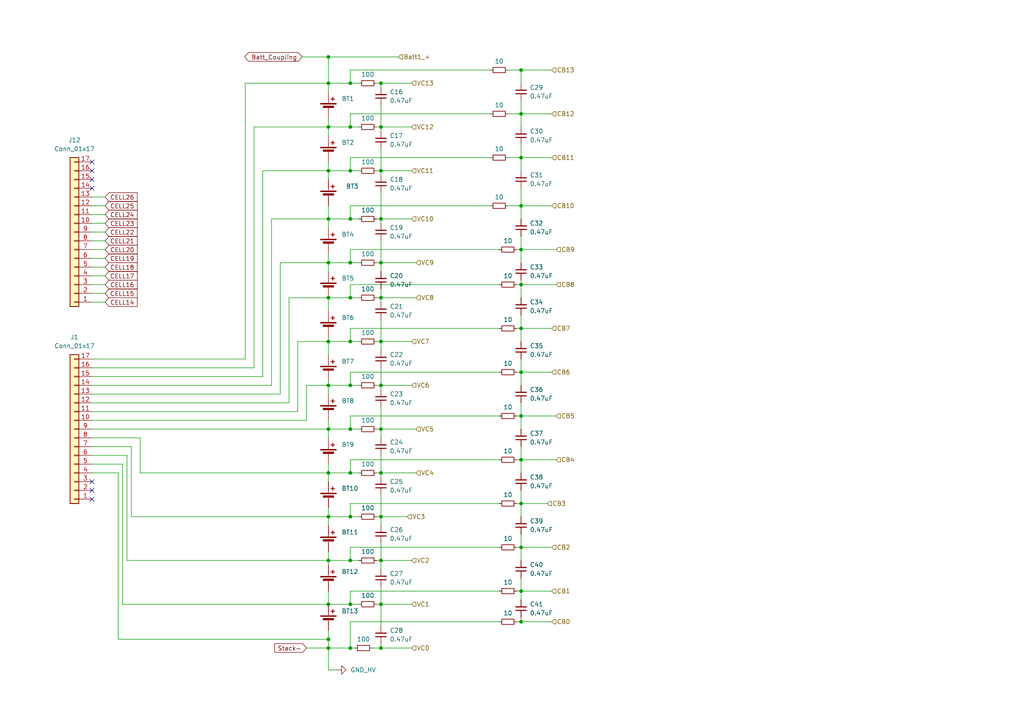
<source format=kicad_sch>
(kicad_sch (version 20231120) (generator "eeschema") (generator_version "8.0")
  (paper "A4")
  (junction (at 151.13 59.69))
  (junction (at 151.13 20.32))
  (junction (at 101.6 86.36))
  (junction (at 110.49 187.96))
  (junction (at 110.49 63.5))
  (junction (at 110.49 86.36))
  (junction (at 95.25 175.26))
  (junction (at 110.49 111.76))
  (junction (at 151.13 146.05))
  (junction (at 101.6 175.26))
  (junction (at 101.6 24.13))
  (junction (at 101.6 187.96))
  (junction (at 95.25 162.56))
  (junction (at 95.25 137.16))
  (junction (at 110.49 99.06))
  (junction (at 95.25 49.53))
  (junction (at 151.13 33.02))
  (junction (at 110.49 36.83))
  (junction (at 101.6 124.46))
  (junction (at 151.13 180.34))
  (junction (at 95.25 36.83))
  (junction (at 151.13 45.72))
  (junction (at 151.13 82.55))
  (junction (at 95.25 187.96))
  (junction (at 110.49 149.86))
  (junction (at 110.49 76.2))
  (junction (at 101.6 162.56))
  (junction (at 95.25 76.2))
  (junction (at 151.13 95.25))
  (junction (at 95.25 185.42))
  (junction (at 95.25 63.5))
  (junction (at 101.6 137.16))
  (junction (at 151.13 107.95))
  (junction (at 95.25 99.06))
  (junction (at 110.49 24.13))
  (junction (at 101.6 76.2))
  (junction (at 110.49 49.53))
  (junction (at 95.25 24.13))
  (junction (at 110.49 137.16))
  (junction (at 101.6 111.76))
  (junction (at 95.25 149.86))
  (junction (at 95.25 86.36))
  (junction (at 151.13 120.65))
  (junction (at 151.13 158.75))
  (junction (at 95.25 124.46))
  (junction (at 95.25 111.76))
  (junction (at 151.13 72.39))
  (junction (at 110.49 162.56))
  (junction (at 151.13 171.45))
  (junction (at 95.25 16.51))
  (junction (at 110.49 175.26))
  (junction (at 101.6 36.83))
  (junction (at 151.13 133.35))
  (junction (at 101.6 63.5))
  (junction (at 101.6 49.53))
  (junction (at 101.6 99.06))
  (junction (at 101.6 149.86))
  (junction (at 110.49 124.46))
  (no_connect (at 26.67 144.78))
  (no_connect (at 26.67 49.53))
  (no_connect (at 26.67 46.99))
  (no_connect (at 26.67 52.07))
  (no_connect (at 26.67 54.61))
  (no_connect (at 26.67 142.24))
  (no_connect (at 26.67 139.7))
  (wire (pts (xy 110.49 55.88) (xy 110.49 63.5)))
  (wire (pts (xy 26.67 80.01) (xy 30.48 80.01)))
  (wire (pts (xy 95.25 111.76) (xy 95.25 114.3)))
  (wire (pts (xy 151.13 154.94) (xy 151.13 158.75)))
  (wire (pts (xy 26.67 77.47) (xy 30.48 77.47)))
  (wire (pts (xy 110.49 162.56) (xy 110.49 165.1)))
  (wire (pts (xy 26.67 67.31) (xy 30.48 67.31)))
  (wire (pts (xy 87.63 16.51) (xy 95.25 16.51)))
  (wire (pts (xy 109.22 36.83) (xy 110.49 36.83)))
  (wire (pts (xy 101.6 72.39) (xy 101.6 76.2)))
  (wire (pts (xy 26.67 62.23) (xy 30.48 62.23)))
  (wire (pts (xy 101.6 187.96) (xy 102.87 187.96)))
  (wire (pts (xy 110.49 49.53) (xy 110.49 50.8)))
  (wire (pts (xy 110.49 162.56) (xy 119.38 162.56)))
  (wire (pts (xy 101.6 171.45) (xy 144.78 171.45)))
  (wire (pts (xy 151.13 107.95) (xy 151.13 111.76)))
  (wire (pts (xy 88.9 121.92) (xy 88.9 111.76)))
  (wire (pts (xy 101.6 45.72) (xy 101.6 49.53)))
  (wire (pts (xy 110.49 83.82) (xy 110.49 86.36)))
  (wire (pts (xy 101.6 76.2) (xy 95.25 76.2)))
  (wire (pts (xy 26.67 137.16) (xy 34.29 137.16)))
  (wire (pts (xy 110.49 99.06) (xy 119.38 99.06)))
  (wire (pts (xy 26.67 64.77) (xy 30.48 64.77)))
  (wire (pts (xy 40.64 137.16) (xy 40.64 127)))
  (wire (pts (xy 151.13 171.45) (xy 151.13 173.99)))
  (wire (pts (xy 40.64 127) (xy 26.67 127)))
  (wire (pts (xy 101.6 124.46) (xy 95.25 124.46)))
  (wire (pts (xy 110.49 43.18) (xy 110.49 49.53)))
  (wire (pts (xy 161.29 120.65) (xy 151.13 120.65)))
  (wire (pts (xy 95.25 149.86) (xy 95.25 147.32)))
  (wire (pts (xy 144.78 82.55) (xy 101.6 82.55)))
  (wire (pts (xy 83.82 86.36) (xy 95.25 86.36)))
  (wire (pts (xy 110.49 187.96) (xy 119.38 187.96)))
  (wire (pts (xy 36.83 162.56) (xy 36.83 132.08)))
  (wire (pts (xy 151.13 158.75) (xy 151.13 162.56)))
  (wire (pts (xy 151.13 72.39) (xy 151.13 68.58)))
  (wire (pts (xy 109.22 24.13) (xy 110.49 24.13)))
  (wire (pts (xy 151.13 33.02) (xy 160.02 33.02)))
  (wire (pts (xy 110.49 69.85) (xy 110.49 76.2)))
  (wire (pts (xy 151.13 59.69) (xy 160.02 59.69)))
  (wire (pts (xy 110.49 106.68) (xy 110.49 111.76)))
  (wire (pts (xy 151.13 133.35) (xy 151.13 137.16)))
  (wire (pts (xy 151.13 33.02) (xy 151.13 36.83)))
  (wire (pts (xy 110.49 149.86) (xy 118.11 149.86)))
  (wire (pts (xy 110.49 49.53) (xy 119.38 49.53)))
  (wire (pts (xy 26.67 134.62) (xy 35.56 134.62)))
  (wire (pts (xy 101.6 33.02) (xy 101.6 36.83)))
  (wire (pts (xy 35.56 175.26) (xy 95.25 175.26)))
  (wire (pts (xy 101.6 171.45) (xy 101.6 175.26)))
  (wire (pts (xy 95.25 49.53) (xy 101.6 49.53)))
  (wire (pts (xy 110.49 143.51) (xy 110.49 149.86)))
  (wire (pts (xy 104.14 162.56) (xy 101.6 162.56)))
  (wire (pts (xy 95.25 182.88) (xy 95.25 185.42)))
  (wire (pts (xy 101.6 63.5) (xy 95.25 63.5)))
  (wire (pts (xy 151.13 95.25) (xy 149.86 95.25)))
  (wire (pts (xy 101.6 95.25) (xy 144.78 95.25)))
  (wire (pts (xy 151.13 45.72) (xy 151.13 49.53)))
  (wire (pts (xy 81.28 114.3) (xy 81.28 76.2)))
  (wire (pts (xy 104.14 36.83) (xy 101.6 36.83)))
  (wire (pts (xy 151.13 45.72) (xy 151.13 41.91)))
  (wire (pts (xy 104.14 137.16) (xy 101.6 137.16)))
  (wire (pts (xy 26.67 69.85) (xy 30.48 69.85)))
  (wire (pts (xy 109.22 124.46) (xy 110.49 124.46)))
  (wire (pts (xy 110.49 186.69) (xy 110.49 187.96)))
  (wire (pts (xy 101.6 45.72) (xy 142.24 45.72)))
  (wire (pts (xy 110.49 137.16) (xy 110.49 138.43)))
  (wire (pts (xy 151.13 33.02) (xy 147.32 33.02)))
  (wire (pts (xy 149.86 133.35) (xy 151.13 133.35)))
  (wire (pts (xy 104.14 63.5) (xy 101.6 63.5)))
  (wire (pts (xy 38.1 129.54) (xy 38.1 149.86)))
  (wire (pts (xy 95.25 26.67) (xy 95.25 24.13)))
  (wire (pts (xy 26.67 124.46) (xy 95.25 124.46)))
  (wire (pts (xy 95.25 24.13) (xy 101.6 24.13)))
  (wire (pts (xy 88.9 111.76) (xy 95.25 111.76)))
  (wire (pts (xy 34.29 137.16) (xy 34.29 185.42)))
  (wire (pts (xy 26.67 116.84) (xy 83.82 116.84)))
  (wire (pts (xy 95.25 162.56) (xy 36.83 162.56)))
  (wire (pts (xy 101.6 111.76) (xy 95.25 111.76)))
  (wire (pts (xy 107.95 187.96) (xy 110.49 187.96)))
  (wire (pts (xy 151.13 171.45) (xy 151.13 167.64)))
  (wire (pts (xy 95.25 187.96) (xy 95.25 194.31)))
  (wire (pts (xy 109.22 86.36) (xy 110.49 86.36)))
  (wire (pts (xy 34.29 185.42) (xy 95.25 185.42)))
  (wire (pts (xy 110.49 63.5) (xy 110.49 64.77)))
  (wire (pts (xy 95.25 76.2) (xy 95.25 73.66)))
  (wire (pts (xy 151.13 120.65) (xy 151.13 116.84)))
  (wire (pts (xy 151.13 45.72) (xy 160.02 45.72)))
  (wire (pts (xy 101.6 133.35) (xy 144.78 133.35)))
  (wire (pts (xy 110.49 157.48) (xy 110.49 162.56)))
  (wire (pts (xy 101.6 59.69) (xy 101.6 63.5)))
  (wire (pts (xy 101.6 120.65) (xy 101.6 124.46)))
  (wire (pts (xy 38.1 149.86) (xy 95.25 149.86)))
  (wire (pts (xy 95.25 124.46) (xy 95.25 121.92)))
  (wire (pts (xy 110.49 99.06) (xy 110.49 101.6)))
  (wire (pts (xy 104.14 86.36) (xy 101.6 86.36)))
  (wire (pts (xy 101.6 120.65) (xy 144.78 120.65)))
  (wire (pts (xy 26.67 57.15) (xy 30.48 57.15)))
  (wire (pts (xy 73.66 36.83) (xy 95.25 36.83)))
  (wire (pts (xy 151.13 158.75) (xy 149.86 158.75)))
  (wire (pts (xy 101.6 33.02) (xy 142.24 33.02)))
  (wire (pts (xy 110.49 170.18) (xy 110.49 175.26)))
  (wire (pts (xy 95.25 49.53) (xy 95.25 52.07)))
  (wire (pts (xy 101.6 146.05) (xy 101.6 149.86)))
  (wire (pts (xy 95.25 137.16) (xy 40.64 137.16)))
  (wire (pts (xy 95.25 137.16) (xy 95.25 134.62)))
  (wire (pts (xy 149.86 120.65) (xy 151.13 120.65)))
  (wire (pts (xy 101.6 20.32) (xy 101.6 24.13)))
  (wire (pts (xy 110.49 86.36) (xy 120.65 86.36)))
  (wire (pts (xy 95.25 171.45) (xy 95.25 175.26)))
  (wire (pts (xy 109.22 111.76) (xy 110.49 111.76)))
  (wire (pts (xy 78.74 63.5) (xy 95.25 63.5)))
  (wire (pts (xy 95.25 99.06) (xy 95.25 102.87)))
  (wire (pts (xy 95.25 149.86) (xy 95.25 152.4)))
  (wire (pts (xy 26.67 74.93) (xy 30.48 74.93)))
  (wire (pts (xy 101.6 86.36) (xy 95.25 86.36)))
  (wire (pts (xy 26.67 119.38) (xy 86.36 119.38)))
  (wire (pts (xy 151.13 20.32) (xy 160.02 20.32)))
  (wire (pts (xy 95.25 36.83) (xy 95.25 39.37)))
  (wire (pts (xy 101.6 107.95) (xy 101.6 111.76)))
  (wire (pts (xy 110.49 149.86) (xy 110.49 152.4)))
  (wire (pts (xy 151.13 107.95) (xy 149.86 107.95)))
  (wire (pts (xy 109.22 162.56) (xy 110.49 162.56)))
  (wire (pts (xy 101.6 162.56) (xy 95.25 162.56)))
  (wire (pts (xy 151.13 59.69) (xy 151.13 63.5)))
  (wire (pts (xy 101.6 158.75) (xy 101.6 162.56)))
  (wire (pts (xy 73.66 106.68) (xy 73.66 36.83)))
  (wire (pts (xy 101.6 24.13) (xy 104.14 24.13)))
  (wire (pts (xy 71.12 24.13) (xy 95.25 24.13)))
  (wire (pts (xy 109.22 149.86) (xy 110.49 149.86)))
  (wire (pts (xy 95.25 137.16) (xy 95.25 139.7)))
  (wire (pts (xy 104.14 175.26) (xy 101.6 175.26)))
  (wire (pts (xy 120.65 76.2) (xy 110.49 76.2)))
  (wire (pts (xy 88.9 187.96) (xy 95.25 187.96)))
  (wire (pts (xy 26.67 59.69) (xy 30.48 59.69)))
  (wire (pts (xy 26.67 111.76) (xy 78.74 111.76)))
  (wire (pts (xy 110.49 63.5) (xy 119.38 63.5)))
  (wire (pts (xy 95.25 16.51) (xy 95.25 24.13)))
  (wire (pts (xy 95.25 16.51) (xy 115.57 16.51)))
  (wire (pts (xy 83.82 116.84) (xy 83.82 86.36)))
  (wire (pts (xy 95.25 36.83) (xy 101.6 36.83)))
  (wire (pts (xy 149.86 82.55) (xy 151.13 82.55)))
  (wire (pts (xy 110.49 175.26) (xy 119.38 175.26)))
  (wire (pts (xy 26.67 82.55) (xy 30.48 82.55)))
  (wire (pts (xy 110.49 36.83) (xy 119.38 36.83)))
  (wire (pts (xy 95.25 46.99) (xy 95.25 49.53)))
  (wire (pts (xy 161.29 72.39) (xy 151.13 72.39)))
  (wire (pts (xy 151.13 91.44) (xy 151.13 95.25)))
  (wire (pts (xy 151.13 120.65) (xy 151.13 124.46)))
  (wire (pts (xy 95.25 111.76) (xy 95.25 110.49)))
  (wire (pts (xy 26.67 87.63) (xy 30.48 87.63)))
  (wire (pts (xy 95.25 59.69) (xy 95.25 63.5)))
  (wire (pts (xy 26.67 72.39) (xy 30.48 72.39)))
  (wire (pts (xy 110.49 24.13) (xy 110.49 25.4)))
  (wire (pts (xy 151.13 104.14) (xy 151.13 107.95)))
  (wire (pts (xy 151.13 146.05) (xy 151.13 149.86)))
  (wire (pts (xy 149.86 72.39) (xy 151.13 72.39)))
  (wire (pts (xy 151.13 146.05) (xy 149.86 146.05)))
  (wire (pts (xy 101.6 99.06) (xy 95.25 99.06)))
  (wire (pts (xy 110.49 118.11) (xy 110.49 124.46)))
  (wire (pts (xy 78.74 111.76) (xy 78.74 63.5)))
  (wire (pts (xy 101.6 133.35) (xy 101.6 137.16)))
  (wire (pts (xy 95.25 63.5) (xy 95.25 66.04)))
  (wire (pts (xy 101.6 180.34) (xy 144.78 180.34)))
  (wire (pts (xy 151.13 82.55) (xy 151.13 86.36)))
  (wire (pts (xy 120.65 124.46) (xy 110.49 124.46)))
  (wire (pts (xy 86.36 119.38) (xy 86.36 99.06)))
  (wire (pts (xy 76.2 49.53) (xy 95.25 49.53)))
  (wire (pts (xy 95.25 99.06) (xy 95.25 97.79)))
  (wire (pts (xy 104.14 99.06) (xy 101.6 99.06)))
  (wire (pts (xy 151.13 171.45) (xy 160.02 171.45)))
  (wire (pts (xy 110.49 92.71) (xy 110.49 99.06)))
  (wire (pts (xy 104.14 76.2) (xy 101.6 76.2)))
  (wire (pts (xy 110.49 86.36) (xy 110.49 87.63)))
  (wire (pts (xy 110.49 124.46) (xy 110.49 127)))
  (wire (pts (xy 151.13 81.28) (xy 151.13 82.55)))
  (wire (pts (xy 101.6 20.32) (xy 142.24 20.32)))
  (wire (pts (xy 110.49 111.76) (xy 119.38 111.76)))
  (wire (pts (xy 101.6 107.95) (xy 144.78 107.95)))
  (wire (pts (xy 151.13 54.61) (xy 151.13 59.69)))
  (wire (pts (xy 109.22 76.2) (xy 110.49 76.2)))
  (wire (pts (xy 151.13 59.69) (xy 147.32 59.69)))
  (wire (pts (xy 101.6 180.34) (xy 101.6 187.96)))
  (wire (pts (xy 109.22 137.16) (xy 110.49 137.16)))
  (wire (pts (xy 101.6 82.55) (xy 101.6 86.36)))
  (wire (pts (xy 151.13 142.24) (xy 151.13 146.05)))
  (wire (pts (xy 95.25 86.36) (xy 95.25 90.17)))
  (wire (pts (xy 151.13 20.32) (xy 147.32 20.32)))
  (wire (pts (xy 101.6 95.25) (xy 101.6 99.06)))
  (wire (pts (xy 35.56 134.62) (xy 35.56 175.26)))
  (wire (pts (xy 149.86 171.45) (xy 151.13 171.45)))
  (wire (pts (xy 109.22 63.5) (xy 110.49 63.5)))
  (wire (pts (xy 95.25 187.96) (xy 95.25 185.42)))
  (wire (pts (xy 95.25 34.29) (xy 95.25 36.83)))
  (wire (pts (xy 26.67 121.92) (xy 88.9 121.92)))
  (wire (pts (xy 26.67 104.14) (xy 71.12 104.14)))
  (wire (pts (xy 151.13 95.25) (xy 151.13 99.06)))
  (wire (pts (xy 151.13 72.39) (xy 151.13 76.2)))
  (wire (pts (xy 95.25 162.56) (xy 95.25 163.83)))
  (wire (pts (xy 151.13 133.35) (xy 161.29 133.35)))
  (wire (pts (xy 95.25 187.96) (xy 101.6 187.96)))
  (wire (pts (xy 151.13 20.32) (xy 151.13 24.13)))
  (wire (pts (xy 109.22 49.53) (xy 110.49 49.53)))
  (wire (pts (xy 109.22 99.06) (xy 110.49 99.06)))
  (wire (pts (xy 101.6 49.53) (xy 104.14 49.53)))
  (wire (pts (xy 104.14 124.46) (xy 101.6 124.46)))
  (wire (pts (xy 36.83 132.08) (xy 26.67 132.08)))
  (wire (pts (xy 26.67 85.09) (xy 30.48 85.09)))
  (wire (pts (xy 95.25 194.31) (xy 97.79 194.31)))
  (wire (pts (xy 95.25 76.2) (xy 95.25 78.74)))
  (wire (pts (xy 26.67 114.3) (xy 81.28 114.3)))
  (wire (pts (xy 151.13 129.54) (xy 151.13 133.35)))
  (wire (pts (xy 81.28 76.2) (xy 95.25 76.2)))
  (wire (pts (xy 95.25 124.46) (xy 95.25 127)))
  (wire (pts (xy 110.49 30.48) (xy 110.49 36.83)))
  (wire (pts (xy 151.13 45.72) (xy 147.32 45.72)))
  (wire (pts (xy 76.2 109.22) (xy 76.2 49.53)))
  (wire (pts (xy 101.6 175.26) (xy 95.25 175.26)))
  (wire (pts (xy 104.14 111.76) (xy 101.6 111.76)))
  (wire (pts (xy 151.13 180.34) (xy 160.02 180.34)))
  (wire (pts (xy 109.22 175.26) (xy 110.49 175.26)))
  (wire (pts (xy 101.6 149.86) (xy 95.25 149.86)))
  (wire (pts (xy 151.13 82.55) (xy 161.29 82.55)))
  (wire (pts (xy 101.6 137.16) (xy 95.25 137.16)))
  (wire (pts (xy 104.14 149.86) (xy 101.6 149.86)))
  (wire (pts (xy 151.13 107.95) (xy 160.02 107.95)))
  (wire (pts (xy 26.67 106.68) (xy 73.66 106.68)))
  (wire (pts (xy 110.49 24.13) (xy 119.38 24.13)))
  (wire (pts (xy 151.13 95.25) (xy 160.02 95.25)))
  (wire (pts (xy 149.86 180.34) (xy 151.13 180.34)))
  (wire (pts (xy 110.49 111.76) (xy 110.49 113.03)))
  (wire (pts (xy 101.6 59.69) (xy 142.24 59.69)))
  (wire (pts (xy 71.12 104.14) (xy 71.12 24.13)))
  (wire (pts (xy 101.6 72.39) (xy 144.78 72.39)))
  (wire (pts (xy 151.13 180.34) (xy 151.13 179.07)))
  (wire (pts (xy 26.67 109.22) (xy 76.2 109.22)))
  (wire (pts (xy 101.6 158.75) (xy 144.78 158.75)))
  (wire (pts (xy 86.36 99.06) (xy 95.25 99.06)))
  (wire (pts (xy 95.25 162.56) (xy 95.25 160.02)))
  (wire (pts (xy 151.13 146.05) (xy 158.75 146.05)))
  (wire (pts (xy 26.67 129.54) (xy 38.1 129.54)))
  (wire (pts (xy 151.13 158.75) (xy 160.02 158.75)))
  (wire (pts (xy 110.49 132.08) (xy 110.49 137.16)))
  (wire (pts (xy 151.13 33.02) (xy 151.13 29.21)))
  (wire (pts (xy 101.6 146.05) (xy 144.78 146.05)))
  (wire (pts (xy 110.49 175.26) (xy 110.49 181.61)))
  (wire (pts (xy 110.49 36.83) (xy 110.49 38.1)))
  (wire (pts (xy 110.49 137.16) (xy 120.65 137.16)))
  (wire (pts (xy 110.49 78.74) (xy 110.49 76.2)))
  (global_label "CELL14" (shape input) (at 30.48 87.63 0) (property "Intersheetrefs" "${INTERSHEET_REFS}" (effects (hide yes))))
  (global_label "CELL23" (shape input) (at 30.48 64.77 0) (property "Intersheetrefs" "${INTERSHEET_REFS}" (effects (hide yes))))
  (global_label "CELL18" (shape input) (at 30.48 77.47 0) (property "Intersheetrefs" "${INTERSHEET_REFS}" (effects (hide yes))))
  (global_label "CELL25" (shape input) (at 30.48 59.69 0) (property "Intersheetrefs" "${INTERSHEET_REFS}" (effects (hide yes))))
  (global_label "Stack-" (shape input) (at 88.9 187.96 180) (property "Intersheetrefs" "${INTERSHEET_REFS}" (effects (hide yes))))
  (global_label "Batt_Coupling" (shape bidirectional) (at 87.63 16.51 180) (property "Intersheetrefs" "${INTERSHEET_REFS}" (effects (hide yes))))
  (global_label "CELL26" (shape input) (at 30.48 57.15 0) (property "Intersheetrefs" "${INTERSHEET_REFS}" (effects (hide yes))))
  (global_label "CELL24" (shape input) (at 30.48 62.23 0) (property "Intersheetrefs" "${INTERSHEET_REFS}" (effects (hide yes))))
  (global_label "CELL21" (shape input) (at 30.48 69.85 0) (property "Intersheetrefs" "${INTERSHEET_REFS}" (effects (hide yes))))
  (global_label "CELL15" (shape input) (at 30.48 85.09 0) (property "Intersheetrefs" "${INTERSHEET_REFS}" (effects (hide yes))))
  (global_label "CELL20" (shape input) (at 30.48 72.39 0) (property "Intersheetrefs" "${INTERSHEET_REFS}" (effects (hide yes))))
  (global_label "CELL22" (shape input) (at 30.48 67.31 0) (property "Intersheetrefs" "${INTERSHEET_REFS}" (effects (hide yes))))
  (global_label "CELL19" (shape input) (at 30.48 74.93 0) (property "Intersheetrefs" "${INTERSHEET_REFS}" (effects (hide yes))))
  (global_label "CELL16" (shape input) (at 30.48 82.55 0) (property "Intersheetrefs" "${INTERSHEET_REFS}" (effects (hide yes))))
  (global_label "CELL17" (shape input) (at 30.48 80.01 0) (property "Intersheetrefs" "${INTERSHEET_REFS}" (effects (hide yes))))
  (hierarchical_label "CB3" (shape input) (at 158.75 146.05 0))
  (hierarchical_label "VC3" (shape input) (at 118.11 149.86 0))
  (hierarchical_label "CB5" (shape input) (at 161.29 120.65 0))
  (hierarchical_label "CB4" (shape input) (at 161.29 133.35 0))
  (hierarchical_label "CB10" (shape input) (at 160.02 59.69 0))
  (hierarchical_label "VC9" (shape input) (at 120.65 76.2 0))
  (hierarchical_label "CB12" (shape input) (at 160.02 33.02 0))
  (hierarchical_label "VC8" (shape input) (at 120.65 86.36 0))
  (hierarchical_label "VC2" (shape input) (at 119.38 162.56 0))
  (hierarchical_label "CB1" (shape input) (at 160.02 171.45 0))
  (hierarchical_label "VC5" (shape input) (at 120.65 124.46 0))
  (hierarchical_label "VC10" (shape input) (at 119.38 63.5 0))
  (hierarchical_label "CB8" (shape input) (at 161.29 82.55 0))
  (hierarchical_label "VC11" (shape input) (at 119.38 49.53 0))
  (hierarchical_label "CB0" (shape input) (at 160.02 180.34 0))
  (hierarchical_label "Batt1_+" (shape input) (at 115.57 16.51 0))
  (hierarchical_label "CB11" (shape input) (at 160.02 45.72 0))
  (hierarchical_label "VC7" (shape input) (at 119.38 99.06 0))
  (hierarchical_label "VC4" (shape input) (at 120.65 137.16 0))
  (hierarchical_label "VC0" (shape input) (at 119.38 187.96 0))
  (hierarchical_label "CB2" (shape input) (at 160.02 158.75 0))
  (hierarchical_label "VC12" (shape input) (at 119.38 36.83 0))
  (hierarchical_label "CB9" (shape input) (at 161.29 72.39 0))
  (hierarchical_label "CB7" (shape input) (at 160.02 95.25 0))
  (hierarchical_label "CB13" (shape input) (at 160.02 20.32 0))
  (hierarchical_label "VC6" (shape input) (at 119.38 111.76 0))
  (hierarchical_label "CB6" (shape input) (at 160.02 107.95 0))
  (hierarchical_label "VC1" (shape input) (at 119.38 175.26 0))
  (hierarchical_label "VC13" (shape input) (at 119.38 24.13 0))
  (symbol (lib_id "Device:Battery_Cell") (at 95.25 119.38 0) (unit 1) (in_bom no) (on_board no)
    (property "Reference" "BT8" (at 99.06 116.2684 0) (effects (justify left)))
    (property "Value" "Battery_Cell" (effects (hide yes)))
    (property "Description" "Single-cell battery" (effects (hide yes)))
  )
  (symbol (lib_id "Device:R_Small") (at 144.78 20.32 90) (unit 1)
    (property "Reference" "R33" (effects (hide yes)))
    (property "Value" "10" (at 144.78 17.78 90))
    (property "Footprint" "footrpint:RESC6331X80N" (effects (hide yes)))
    (property "Datasheet" "https://www.mouser.pl/ProductDetail/Bourns/CRM2512QFW-10R0ELF?qs=sGAEpiMZZMvdGkrng054t2cqbZCzJY7NpHS3xgyJn8kv84%2FVq0xHeQ%3D%3D" (effects (hide yes)))
    (property "Description" "Resistor, small symbol" (effects (hide yes)))
  )
  (symbol (lib_id "Device:R_Small") (at 105.41 187.96 90) (unit 1)
    (property "Reference" "R19" (effects (hide yes)))
    (property "Value" "100" (at 105.41 185.42 90))
    (property "Footprint" "Resistor_SMD:R_0603_1608Metric_Pad0.98x0.95mm_HandSolder" (effects (hide yes)))
    (property "Datasheet" "https://www.mouser.pl/ProductDetail/Bourns/CHP0603-JW-101ELF?qs=sGAEpiMZZMvdGkrng054t7z4BkURc4Lz%252BNTgd8VElomqW50fcYQWeQ%3D%3D" (effects (hide yes)))
    (property "Description" "Resistor, small symbol" (effects (hide yes)))
  )
  (symbol (lib_id "Device:R_Small") (at 106.68 111.76 90) (unit 1)
    (property "Reference" "R27" (effects (hide yes)))
    (property "Value" "100" (at 106.68 109.22 90))
    (property "Footprint" "Resistor_SMD:R_0603_1608Metric_Pad0.98x0.95mm_HandSolder" (effects (hide yes)))
    (property "Datasheet" "https://www.mouser.pl/ProductDetail/Bourns/CHP0603-JW-101ELF?qs=sGAEpiMZZMvdGkrng054t7z4BkURc4Lz%252BNTgd8VElomqW50fcYQWeQ%3D%3D" (effects (hide yes)))
    (property "Description" "Resistor, small symbol" (effects (hide yes)))
  )
  (symbol (lib_id "Device:C_Small") (at 110.49 140.97 180) (unit 1)
    (property "Reference" "C25" (at 113.03 139.6935 0) (effects (justify right)))
    (property "Value" "0.47uF" (at 113.03 142.2335 0) (effects (justify right)))
    (property "Footprint" "Capacitor_SMD:C_0603_1608Metric_Pad1.08x0.95mm_HandSolder" (effects (hide yes)))
    (property "Datasheet" "https://www.mouser.pl/ProductDetail/TAIYO-YUDEN/EMF107B7474KAHT?qs=sGAEpiMZZMsh%252B1woXyUXj30ZYomYlxpXbZmTEzBsZ7s%3D" (effects (hide yes)))
    (property "Description" "Unpolarized capacitor, small symbol" (effects (hide yes)))
  )
  (symbol (lib_id "Device:Battery_Cell") (at 95.25 107.95 0) (unit 1) (in_bom no) (on_board no)
    (property "Reference" "BT7" (at 99.06 104.8384 0) (effects (justify left)))
    (property "Value" "Battery_Cell" (effects (hide yes)))
    (property "Description" "Single-cell battery" (effects (hide yes)))
  )
  (symbol (lib_id "Device:C_Small") (at 110.49 81.28 180) (unit 1)
    (property "Reference" "C20" (at 113.03 80.0035 0) (effects (justify right)))
    (property "Value" "0.47uF" (at 113.03 82.5435 0) (effects (justify right)))
    (property "Footprint" "Capacitor_SMD:C_0603_1608Metric_Pad1.08x0.95mm_HandSolder" (effects (hide yes)))
    (property "Datasheet" "https://www.mouser.pl/ProductDetail/TAIYO-YUDEN/EMF107B7474KAHT?qs=sGAEpiMZZMsh%252B1woXyUXj30ZYomYlxpXbZmTEzBsZ7s%3D" (effects (hide yes)))
    (property "Description" "Unpolarized capacitor, small symbol" (effects (hide yes)))
  )
  (symbol (lib_id "Device:C_Small") (at 151.13 78.74 180) (unit 1)
    (property "Reference" "C33" (at 153.67 77.4635 0) (effects (justify right)))
    (property "Value" "0.47uF" (at 153.67 80.0035 0) (effects (justify right)))
    (property "Footprint" "Capacitor_SMD:C_0603_1608Metric_Pad1.08x0.95mm_HandSolder" (effects (hide yes)))
    (property "Datasheet" "https://www.mouser.pl/ProductDetail/TAIYO-YUDEN/EMF107B7474KAHT?qs=sGAEpiMZZMsh%252B1woXyUXj30ZYomYlxpXbZmTEzBsZ7s%3D" (effects (hide yes)))
    (property "Description" "Unpolarized capacitor, small symbol" (effects (hide yes)))
  )
  (symbol (lib_id "Device:R_Small") (at 144.78 33.02 90) (unit 1)
    (property "Reference" "R34" (effects (hide yes)))
    (property "Value" "10" (at 144.78 30.48 90))
    (property "Footprint" "footrpint:RESC6331X80N" (effects (hide yes)))
    (property "Datasheet" "https://www.mouser.pl/ProductDetail/Bourns/CRM2512QFW-10R0ELF?qs=sGAEpiMZZMvdGkrng054t2cqbZCzJY7NpHS3xgyJn8kv84%2FVq0xHeQ%3D%3D" (effects (hide yes)))
    (property "Description" "Resistor, small symbol" (effects (hide yes)))
  )
  (symbol (lib_id "Device:R_Small") (at 147.32 171.45 90) (unit 1)
    (property "Reference" "R45" (effects (hide yes)))
    (property "Value" "10" (at 147.32 168.91 90))
    (property "Footprint" "footrpint:RESC6331X80N" (effects (hide yes)))
    (property "Description" "Resistor, small symbol" (effects (hide yes)))
  )
  (symbol (lib_id "Device:R_Small") (at 106.68 175.26 90) (unit 1)
    (property "Reference" "R32" (effects (hide yes)))
    (property "Value" "100" (at 106.68 172.72 90))
    (property "Footprint" "Resistor_SMD:R_0603_1608Metric_Pad0.98x0.95mm_HandSolder" (effects (hide yes)))
    (property "Datasheet" "https://www.mouser.pl/ProductDetail/Bourns/CHP0603-JW-101ELF?qs=sGAEpiMZZMvdGkrng054t7z4BkURc4Lz%252BNTgd8VElomqW50fcYQWeQ%3D%3D" (effects (hide yes)))
    (property "Description" "Resistor, small symbol" (effects (hide yes)))
  )
  (symbol (lib_id "Device:C_Small") (at 151.13 39.37 180) (unit 1)
    (property "Reference" "C30" (at 153.67 38.0935 0) (effects (justify right)))
    (property "Value" "0.47uF" (at 153.67 40.6335 0) (effects (justify right)))
    (property "Footprint" "Capacitor_SMD:C_0603_1608Metric_Pad1.08x0.95mm_HandSolder" (effects (hide yes)))
    (property "Datasheet" "https://www.mouser.pl/ProductDetail/TAIYO-YUDEN/EMF107B7474KAHT?qs=sGAEpiMZZMsh%252B1woXyUXj30ZYomYlxpXbZmTEzBsZ7s%3D" (effects (hide yes)))
    (property "Description" "Unpolarized capacitor, small symbol" (effects (hide yes)))
  )
  (symbol (lib_id "Device:R_Small") (at 147.32 120.65 90) (unit 1)
    (property "Reference" "R41" (effects (hide yes)))
    (property "Value" "10" (at 147.32 118.11 90))
    (property "Footprint" "footrpint:RESC6331X80N" (effects (hide yes)))
    (property "Datasheet" "https://www.mouser.pl/ProductDetail/Bourns/CRM2512QFW-10R0ELF?qs=sGAEpiMZZMvdGkrng054t2cqbZCzJY7NpHS3xgyJn8kv84%2FVq0xHeQ%3D%3D" (effects (hide yes)))
    (property "Description" "Resistor, small symbol" (effects (hide yes)))
  )
  (symbol (lib_id "Device:C_Small") (at 110.49 104.14 180) (unit 1)
    (property "Reference" "C22" (at 113.03 102.8635 0) (effects (justify right)))
    (property "Value" "0.47uF" (at 113.03 105.4035 0) (effects (justify right)))
    (property "Footprint" "Capacitor_SMD:C_0603_1608Metric_Pad1.08x0.95mm_HandSolder" (effects (hide yes)))
    (property "Datasheet" "https://www.mouser.pl/ProductDetail/TAIYO-YUDEN/EMF107B7474KAHT?qs=sGAEpiMZZMsh%252B1woXyUXj30ZYomYlxpXbZmTEzBsZ7s%3D" (effects (hide yes)))
    (property "Description" "Unpolarized capacitor, small symbol" (effects (hide yes)))
  )
  (symbol (lib_id "Device:R_Small") (at 106.68 162.56 90) (unit 1)
    (property "Reference" "R31" (effects (hide yes)))
    (property "Value" "100" (at 106.68 160.02 90))
    (property "Footprint" "Resistor_SMD:R_0603_1608Metric_Pad0.98x0.95mm_HandSolder" (effects (hide yes)))
    (property "Datasheet" "https://www.mouser.pl/ProductDetail/Bourns/CHP0603-JW-101ELF?qs=sGAEpiMZZMvdGkrng054t7z4BkURc4Lz%252BNTgd8VElomqW50fcYQWeQ%3D%3D" (effects (hide yes)))
    (property "Description" "Resistor, small symbol" (effects (hide yes)))
  )
  (symbol (lib_id "Device:C_Small") (at 151.13 26.67 180) (unit 1)
    (property "Reference" "C29" (at 153.67 25.3935 0) (effects (justify right)))
    (property "Value" "0.47uF" (at 153.67 27.9335 0) (effects (justify right)))
    (property "Footprint" "Capacitor_SMD:C_0603_1608Metric_Pad1.08x0.95mm_HandSolder" (effects (hide yes)))
    (property "Datasheet" "https://www.mouser.pl/ProductDetail/TAIYO-YUDEN/EMF107B7474KAHT?qs=sGAEpiMZZMsh%252B1woXyUXj30ZYomYlxpXbZmTEzBsZ7s%3D" (effects (hide yes)))
    (property "Description" "Unpolarized capacitor, small symbol" (effects (hide yes)))
  )
  (symbol (lib_id "Device:R_Small") (at 147.32 146.05 90) (unit 1)
    (property "Reference" "R43" (effects (hide yes)))
    (property "Value" "10" (at 147.32 143.51 90))
    (property "Footprint" "footrpint:RESC6331X80N" (effects (hide yes)))
    (property "Datasheet" "https://www.mouser.pl/ProductDetail/Bourns/CRM2512QFW-10R0ELF?qs=sGAEpiMZZMvdGkrng054t2cqbZCzJY7NpHS3xgyJn8kv84%2FVq0xHeQ%3D%3D" (effects (hide yes)))
    (property "Description" "Resistor, small symbol" (effects (hide yes)))
  )
  (symbol (lib_id "Device:Battery_Cell") (at 95.25 132.08 0) (unit 1) (in_bom no) (on_board no)
    (property "Reference" "BT9" (at 99.06 128.9684 0) (effects (justify left)))
    (property "Value" "Battery_Cell" (effects (hide yes)))
    (property "Description" "Single-cell battery" (effects (hide yes)))
  )
  (symbol (lib_id "Device:R_Small") (at 147.32 72.39 90) (unit 1)
    (property "Reference" "R37" (effects (hide yes)))
    (property "Value" "10" (at 147.32 69.85 90))
    (property "Footprint" "footrpint:RESC6331X80N" (effects (hide yes)))
    (property "Datasheet" "https://www.mouser.pl/ProductDetail/Bourns/CRM2512QFW-10R0ELF?qs=sGAEpiMZZMvdGkrng054t2cqbZCzJY7NpHS3xgyJn8kv84%2FVq0xHeQ%3D%3D" (effects (hide yes)))
    (property "Description" "Resistor, small symbol" (effects (hide yes)))
  )
  (symbol (lib_id "Device:Battery_Cell") (at 95.25 180.34 0) (unit 1) (in_bom no) (on_board no)
    (property "Reference" "BT13" (at 99.06 177.2284 0) (effects (justify left)))
    (property "Value" "Battery_Cell" (effects (hide yes)))
    (property "Description" "Single-cell battery" (effects (hide yes)))
  )
  (symbol (lib_id "Device:R_Small") (at 147.32 158.75 90) (unit 1)
    (property "Reference" "R44" (effects (hide yes)))
    (property "Value" "10" (at 147.32 156.21 90))
    (property "Footprint" "footrpint:RESC6331X80N" (effects (hide yes)))
    (property "Datasheet" "https://www.mouser.pl/ProductDetail/Bourns/CRM2512QFW-10R0ELF?qs=sGAEpiMZZMvdGkrng054t2cqbZCzJY7NpHS3xgyJn8kv84%2FVq0xHeQ%3D%3D" (effects (hide yes)))
    (property "Description" "Resistor, small symbol" (effects (hide yes)))
  )
  (symbol (lib_id "Device:C_Small") (at 151.13 88.9 180) (unit 1)
    (property "Reference" "C34" (at 153.67 87.6235 0) (effects (justify right)))
    (property "Value" "0.47uF" (at 153.67 90.1635 0) (effects (justify right)))
    (property "Footprint" "Capacitor_SMD:C_0603_1608Metric_Pad1.08x0.95mm_HandSolder" (effects (hide yes)))
    (property "Datasheet" "https://www.mouser.pl/ProductDetail/TAIYO-YUDEN/EMF107B7474KAHT?qs=sGAEpiMZZMsh%252B1woXyUXj30ZYomYlxpXbZmTEzBsZ7s%3D" (effects (hide yes)))
    (property "Description" "Unpolarized capacitor, small symbol" (effects (hide yes)))
  )
  (symbol (lib_id "Device:R_Small") (at 106.68 86.36 90) (unit 1)
    (property "Reference" "R25" (effects (hide yes)))
    (property "Value" "100" (at 106.68 83.82 90))
    (property "Footprint" "Resistor_SMD:R_0603_1608Metric_Pad0.98x0.95mm_HandSolder" (effects (hide yes)))
    (property "Datasheet" "https://www.mouser.pl/ProductDetail/Bourns/CHP0603-JW-101ELF?qs=sGAEpiMZZMvdGkrng054t7z4BkURc4Lz%252BNTgd8VElomqW50fcYQWeQ%3D%3D" (effects (hide yes)))
    (property "Description" "Resistor, small symbol" (effects (hide yes)))
  )
  (symbol (lib_id "Device:Battery_Cell") (at 95.25 31.75 0) (unit 1) (in_bom no) (on_board no)
    (property "Reference" "BT1" (at 99.06 28.6384 0) (effects (justify left)))
    (property "Value" "Battery_Cell" (effects (hide yes)))
    (property "Description" "Single-cell battery" (effects (hide yes)))
  )
  (symbol (lib_id "Device:C_Small") (at 110.49 154.94 180) (unit 1)
    (property "Reference" "C26" (at 113.03 153.6635 0) (effects (justify right)))
    (property "Value" "0.47uF" (at 113.03 156.2035 0) (effects (justify right)))
    (property "Footprint" "Capacitor_SMD:C_0603_1608Metric_Pad1.08x0.95mm_HandSolder" (effects (hide yes)))
    (property "Datasheet" "https://www.mouser.pl/ProductDetail/TAIYO-YUDEN/EMF107B7474KAHT?qs=sGAEpiMZZMsh%252B1woXyUXj30ZYomYlxpXbZmTEzBsZ7s%3D" (effects (hide yes)))
    (property "Description" "Unpolarized capacitor, small symbol" (effects (hide yes)))
  )
  (symbol (lib_id "Device:Battery_Cell") (at 95.25 144.78 0) (unit 1) (in_bom no) (on_board no)
    (property "Reference" "BT10" (at 99.06 141.6684 0) (effects (justify left)))
    (property "Value" "Battery_Cell" (effects (hide yes)))
    (property "Description" "Single-cell battery" (effects (hide yes)))
  )
  (symbol (lib_id "Device:R_Small") (at 147.32 95.25 90) (unit 1)
    (property "Reference" "R39" (effects (hide yes)))
    (property "Value" "10" (at 147.32 92.71 90))
    (property "Footprint" "footrpint:RESC6331X80N" (effects (hide yes)))
    (property "Datasheet" "https://www.mouser.pl/ProductDetail/Bourns/CRM2512QFW-10R0ELF?qs=sGAEpiMZZMvdGkrng054t2cqbZCzJY7NpHS3xgyJn8kv84%2FVq0xHeQ%3D%3D" (effects (hide yes)))
    (property "Description" "Resistor, small symbol" (effects (hide yes)))
  )
  (symbol (lib_id "Device:C_Small") (at 151.13 176.53 180) (unit 1)
    (property "Reference" "C41" (at 153.67 175.2535 0) (effects (justify right)))
    (property "Value" "0.47uF" (at 153.67 177.7935 0) (effects (justify right)))
    (property "Footprint" "Capacitor_SMD:C_0603_1608Metric_Pad1.08x0.95mm_HandSolder" (effects (hide yes)))
    (property "Datasheet" "https://www.mouser.pl/ProductDetail/TAIYO-YUDEN/EMF107B7474KAHT?qs=sGAEpiMZZMsh%252B1woXyUXj30ZYomYlxpXbZmTEzBsZ7s%3D" (effects (hide yes)))
    (property "Description" "Unpolarized capacitor, small symbol" (effects (hide yes)))
  )
  (symbol (lib_id "Device:R_Small") (at 147.32 82.55 90) (unit 1)
    (property "Reference" "R38" (effects (hide yes)))
    (property "Value" "10" (at 147.32 80.01 90))
    (property "Footprint" "footrpint:RESC6331X80N" (effects (hide yes)))
    (property "Datasheet" "https://www.mouser.pl/ProductDetail/Bourns/CRM2512QFW-10R0ELF?qs=sGAEpiMZZMvdGkrng054t2cqbZCzJY7NpHS3xgyJn8kv84%2FVq0xHeQ%3D%3D" (effects (hide yes)))
    (property "Description" "Resistor, small symbol" (effects (hide yes)))
  )
  (symbol (lib_id "Device:C_Small") (at 151.13 66.04 180) (unit 1)
    (property "Reference" "C32" (at 153.67 64.7635 0) (effects (justify right)))
    (property "Value" "0.47uF" (at 153.67 67.3035 0) (effects (justify right)))
    (property "Footprint" "Capacitor_SMD:C_0603_1608Metric_Pad1.08x0.95mm_HandSolder" (effects (hide yes)))
    (property "Datasheet" "https://www.mouser.pl/ProductDetail/TAIYO-YUDEN/EMF107B7474KAHT?qs=sGAEpiMZZMsh%252B1woXyUXj30ZYomYlxpXbZmTEzBsZ7s%3D" (effects (hide yes)))
    (property "Description" "Unpolarized capacitor, small symbol" (effects (hide yes)))
  )
  (symbol (lib_id "Device:Battery_Cell") (at 95.25 57.15 0) (unit 1) (in_bom no) (on_board no)
    (property "Reference" "BT3" (at 100.33 54.0384 0) (effects (justify left)))
    (property "Value" "Battery_Cell" (effects (hide yes)))
    (property "Description" "Single-cell battery" (effects (hide yes)))
  )
  (symbol (lib_id "power:GND") (at 97.79 194.31 90) (unit 1)
    (property "Reference" "#PWR027" (effects (hide yes)))
    (property "Value" "GND_HV" (at 101.6 194.31 90) (effects (justify right)))
    (property "Description" "Power symbol creates a global label with name \"GND\" , ground" (effects (hide yes)))
  )
  (symbol (lib_id "Device:R_Small") (at 144.78 59.69 90) (unit 1)
    (property "Reference" "R36" (effects (hide yes)))
    (property "Value" "10" (at 144.78 57.15 90))
    (property "Footprint" "footrpint:RESC6331X80N" (effects (hide yes)))
    (property "Datasheet" "https://www.mouser.pl/ProductDetail/Bourns/CRM2512QFW-10R0ELF?qs=sGAEpiMZZMvdGkrng054t2cqbZCzJY7NpHS3xgyJn8kv84%2FVq0xHeQ%3D%3D" (effects (hide yes)))
    (property "Description" "Resistor, small symbol" (effects (hide yes)))
  )
  (symbol (lib_id "Device:Battery_Cell") (at 95.25 95.25 0) (unit 1) (in_bom no) (on_board no)
    (property "Reference" "BT6" (at 99.06 92.1384 0) (effects (justify left)))
    (property "Value" "Battery_Cell" (effects (hide yes)))
    (property "Description" "Single-cell battery" (effects (hide yes)))
  )
  (symbol (lib_id "Device:C_Small") (at 110.49 40.64 180) (unit 1)
    (property "Reference" "C17" (at 113.03 39.3635 0) (effects (justify right)))
    (property "Value" "0.47uF" (at 113.03 41.9035 0) (effects (justify right)))
    (property "Footprint" "Capacitor_SMD:C_0603_1608Metric_Pad1.08x0.95mm_HandSolder" (effects (hide yes)))
    (property "Datasheet" "https://www.mouser.pl/ProductDetail/TAIYO-YUDEN/EMF107B7474KAHT?qs=sGAEpiMZZMsh%252B1woXyUXj30ZYomYlxpXbZmTEzBsZ7s%3D" (effects (hide yes)))
    (property "Description" "Unpolarized capacitor, small symbol" (effects (hide yes)))
  )
  (symbol (lib_id "Device:R_Small") (at 147.32 180.34 90) (unit 1)
    (property "Reference" "R46" (effects (hide yes)))
    (property "Value" "10" (at 147.32 177.8 90))
    (property "Footprint" "footrpint:RESC6331X80N" (effects (hide yes)))
    (property "Datasheet" "https://www.mouser.pl/ProductDetail/Bourns/CRM2512QFW-10R0ELF?qs=sGAEpiMZZMvdGkrng054t2cqbZCzJY7NpHS3xgyJn8kv84%2FVq0xHeQ%3D%3D" (effects (hide yes)))
    (property "Description" "Resistor, small symbol" (effects (hide yes)))
  )
  (symbol (lib_id "Device:R_Small") (at 106.68 99.06 90) (unit 1)
    (property "Reference" "R26" (effects (hide yes)))
    (property "Value" "100" (at 106.68 96.52 90))
    (property "Footprint" "Resistor_SMD:R_0603_1608Metric_Pad0.98x0.95mm_HandSolder" (effects (hide yes)))
    (property "Datasheet" "https://www.mouser.pl/ProductDetail/Bourns/CHP0603-JW-101ELF?qs=sGAEpiMZZMvdGkrng054t7z4BkURc4Lz%252BNTgd8VElomqW50fcYQWeQ%3D%3D" (effects (hide yes)))
    (property "Description" "Resistor, small symbol" (effects (hide yes)))
  )
  (symbol (lib_id "Device:C_Small") (at 110.49 129.54 180) (unit 1)
    (property "Reference" "C24" (at 113.03 128.2635 0) (effects (justify right)))
    (property "Value" "0.47uF" (at 113.03 130.8035 0) (effects (justify right)))
    (property "Footprint" "Capacitor_SMD:C_0603_1608Metric_Pad1.08x0.95mm_HandSolder" (effects (hide yes)))
    (property "Datasheet" "https://www.mouser.pl/ProductDetail/TAIYO-YUDEN/EMF107B7474KAHT?qs=sGAEpiMZZMsh%252B1woXyUXj30ZYomYlxpXbZmTEzBsZ7s%3D" (effects (hide yes)))
    (property "Description" "Unpolarized capacitor, small symbol" (effects (hide yes)))
  )
  (symbol (lib_id "Device:Battery_Cell") (at 95.25 83.82 0) (unit 1) (in_bom no) (on_board no)
    (property "Reference" "BT5" (at 99.06 80.7084 0) (effects (justify left)))
    (property "Value" "Battery_Cell" (effects (hide yes)))
    (property "Description" "Single-cell battery" (effects (hide yes)))
  )
  (symbol (lib_id "Device:R_Small") (at 106.68 36.83 90) (unit 1)
    (property "Reference" "R21" (effects (hide yes)))
    (property "Value" "100" (at 106.68 34.29 90))
    (property "Footprint" "Resistor_SMD:R_0603_1608Metric_Pad0.98x0.95mm_HandSolder" (effects (hide yes)))
    (property "Datasheet" "https://www.mouser.pl/ProductDetail/Bourns/CHP0603-JW-101ELF?qs=sGAEpiMZZMvdGkrng054t7z4BkURc4Lz%252BNTgd8VElomqW50fcYQWeQ%3D%3D" (effects (hide yes)))
    (property "Description" "Resistor, small symbol" (effects (hide yes)))
  )
  (symbol (lib_id "Device:R_Small") (at 106.68 149.86 90) (unit 1)
    (property "Reference" "R30" (effects (hide yes)))
    (property "Value" "100" (at 106.68 147.32 90))
    (property "Footprint" "Resistor_SMD:R_0603_1608Metric_Pad0.98x0.95mm_HandSolder" (effects (hide yes)))
    (property "Datasheet" "https://www.mouser.pl/ProductDetail/Bourns/CHP0603-JW-101ELF?qs=sGAEpiMZZMvdGkrng054t7z4BkURc4Lz%252BNTgd8VElomqW50fcYQWeQ%3D%3D" (effects (hide yes)))
    (property "Description" "Resistor, small symbol" (effects (hide yes)))
  )
  (symbol (lib_id "Device:C_Small") (at 110.49 115.57 180) (unit 1)
    (property "Reference" "C23" (at 113.03 114.2935 0) (effects (justify right)))
    (property "Value" "0.47uF" (at 113.03 116.8335 0) (effects (justify right)))
    (property "Footprint" "Capacitor_SMD:C_0603_1608Metric_Pad1.08x0.95mm_HandSolder" (effects (hide yes)))
    (property "Datasheet" "https://www.mouser.pl/ProductDetail/TAIYO-YUDEN/EMF107B7474KAHT?qs=sGAEpiMZZMsh%252B1woXyUXj30ZYomYlxpXbZmTEzBsZ7s%3D" (effects (hide yes)))
    (property "Description" "Unpolarized capacitor, small symbol" (effects (hide yes)))
  )
  (symbol (lib_id "Device:R_Small") (at 144.78 45.72 90) (unit 1)
    (property "Reference" "R35" (effects (hide yes)))
    (property "Value" "10" (at 144.78 43.18 90))
    (property "Footprint" "footrpint:RESC6331X80N" (effects (hide yes)))
    (property "Datasheet" "https://www.mouser.pl/ProductDetail/Bourns/CRM2512QFW-10R0ELF?qs=sGAEpiMZZMvdGkrng054t2cqbZCzJY7NpHS3xgyJn8kv84%2FVq0xHeQ%3D%3D" (effects (hide yes)))
    (property "Description" "Resistor, small symbol" (effects (hide yes)))
  )
  (symbol (lib_id "Device:C_Small") (at 110.49 67.31 180) (unit 1)
    (property "Reference" "C19" (at 113.03 66.0335 0) (effects (justify right)))
    (property "Value" "0.47uF" (at 113.03 68.5735 0) (effects (justify right)))
    (property "Footprint" "Capacitor_SMD:C_0603_1608Metric_Pad1.08x0.95mm_HandSolder" (effects (hide yes)))
    (property "Datasheet" "https://www.mouser.pl/ProductDetail/TAIYO-YUDEN/EMF107B7474KAHT?qs=sGAEpiMZZMsh%252B1woXyUXj30ZYomYlxpXbZmTEzBsZ7s%3D" (effects (hide yes)))
    (property "Description" "Unpolarized capacitor, small symbol" (effects (hide yes)))
  )
  (symbol (lib_id "Device:R_Small") (at 106.68 124.46 90) (unit 1)
    (property "Reference" "R28" (effects (hide yes)))
    (property "Value" "100" (at 106.68 121.92 90))
    (property "Footprint" "Resistor_SMD:R_0603_1608Metric_Pad0.98x0.95mm_HandSolder" (effects (hide yes)))
    (property "Datasheet" "https://www.mouser.pl/ProductDetail/Bourns/CHP0603-JW-101ELF?qs=sGAEpiMZZMvdGkrng054t7z4BkURc4Lz%252BNTgd8VElomqW50fcYQWeQ%3D%3D" (effects (hide yes)))
    (property "Description" "Resistor, small symbol" (effects (hide yes)))
  )
  (symbol (lib_id "Connector_Generic:Conn_01x17") (at 21.59 124.46 180) (unit 1)
    (property "Reference" "J1" (at 21.59 97.79 0))
    (property "Value" "Conn_01x17" (at 21.59 100.33 0))
    (property "Footprint" "footrpint:HARWIN_B5743-117-M-L-1" (effects (hide yes)))
    (property "Datasheet" "https://www.harwin.com/products/B5743-117-M-L-1" (effects (hide yes)))
    (property "Description" "Generic connector, single row, 01x17, script generated (kicad-library-utils/schlib/autogen/connector/)" (effects (hide yes)))
  )
  (symbol (lib_id "Device:Battery_Cell") (at 95.25 71.12 0) (unit 1) (in_bom no) (on_board no)
    (property "Reference" "BT4" (at 99.06 68.0084 0) (effects (justify left)))
    (property "Value" "Battery_Cell" (effects (hide yes)))
    (property "Description" "Single-cell battery" (effects (hide yes)))
  )
  (symbol (lib_id "Device:C_Small") (at 110.49 90.17 180) (unit 1)
    (property "Reference" "C21" (at 113.03 88.8935 0) (effects (justify right)))
    (property "Value" "0.47uF" (at 113.03 91.4335 0) (effects (justify right)))
    (property "Footprint" "Capacitor_SMD:C_0603_1608Metric_Pad1.08x0.95mm_HandSolder" (effects (hide yes)))
    (property "Datasheet" "https://www.mouser.pl/ProductDetail/TAIYO-YUDEN/EMF107B7474KAHT?qs=sGAEpiMZZMsh%252B1woXyUXj30ZYomYlxpXbZmTEzBsZ7s%3D" (effects (hide yes)))
    (property "Description" "Unpolarized capacitor, small symbol" (effects (hide yes)))
  )
  (symbol (lib_id "Connector_Generic:Conn_01x17") (at 21.59 67.31 180) (unit 1)
    (property "Reference" "J12" (at 21.59 40.64 0))
    (property "Value" "Conn_01x17" (at 21.59 43.18 0))
    (property "Footprint" "footrpint:HARWIN_B5743-117-M-L-1" (effects (hide yes)))
    (property "Datasheet" "https://www.harwin.com/products/B5743-117-M-L-1" (effects (hide yes)))
    (property "Description" "Generic connector, single row, 01x17, script generated (kicad-library-utils/schlib/autogen/connector/)" (effects (hide yes)))
  )
  (symbol (lib_id "Device:Battery_Cell") (at 95.25 168.91 0) (unit 1) (in_bom no) (on_board no)
    (property "Reference" "BT12" (at 99.06 165.7984 0) (effects (justify left)))
    (property "Value" "Battery_Cell" (effects (hide yes)))
    (property "Description" "Single-cell battery" (effects (hide yes)))
  )
  (symbol (lib_id "Device:C_Small") (at 151.13 152.4 180) (unit 1)
    (property "Reference" "C39" (at 153.67 151.1235 0) (effects (justify right)))
    (property "Value" "0.47uF" (at 153.67 153.6635 0) (effects (justify right)))
    (property "Footprint" "Capacitor_SMD:C_0603_1608Metric_Pad1.08x0.95mm_HandSolder" (effects (hide yes)))
    (property "Datasheet" "https://www.mouser.pl/ProductDetail/TAIYO-YUDEN/EMF107B7474KAHT?qs=sGAEpiMZZMsh%252B1woXyUXj30ZYomYlxpXbZmTEzBsZ7s%3D" (effects (hide yes)))
    (property "Description" "Unpolarized capacitor, small symbol" (effects (hide yes)))
  )
  (symbol (lib_id "Device:C_Small") (at 110.49 184.15 180) (unit 1)
    (property "Reference" "C28" (at 113.03 182.8735 0) (effects (justify right)))
    (property "Value" "0.47uF" (at 113.03 185.4135 0) (effects (justify right)))
    (property "Footprint" "Capacitor_SMD:C_0603_1608Metric_Pad1.08x0.95mm_HandSolder" (effects (hide yes)))
    (property "Datasheet" "https://www.mouser.pl/ProductDetail/TAIYO-YUDEN/EMF107B7474KAHT?qs=sGAEpiMZZMsh%252B1woXyUXj30ZYomYlxpXbZmTEzBsZ7s%3D" (effects (hide yes)))
    (property "Description" "Unpolarized capacitor, small symbol" (effects (hide yes)))
  )
  (symbol (lib_id "Device:R_Small") (at 147.32 107.95 90) (unit 1)
    (property "Reference" "R40" (effects (hide yes)))
    (property "Value" "10" (at 147.32 105.41 90))
    (property "Footprint" "footrpint:RESC6331X80N" (effects (hide yes)))
    (property "Datasheet" "https://www.mouser.pl/ProductDetail/Bourns/CRM2512QFW-10R0ELF?qs=sGAEpiMZZMvdGkrng054t2cqbZCzJY7NpHS3xgyJn8kv84%2FVq0xHeQ%3D%3D" (effects (hide yes)))
    (property "Description" "Resistor, small symbol" (effects (hide yes)))
  )
  (symbol (lib_id "Device:C_Small") (at 151.13 127 180) (unit 1)
    (property "Reference" "C37" (at 153.67 125.7235 0) (effects (justify right)))
    (property "Value" "0.47uF" (at 153.67 128.2635 0) (effects (justify right)))
    (property "Footprint" "Capacitor_SMD:C_0603_1608Metric_Pad1.08x0.95mm_HandSolder" (effects (hide yes)))
    (property "Datasheet" "https://www.mouser.pl/ProductDetail/TAIYO-YUDEN/EMF107B7474KAHT?qs=sGAEpiMZZMsh%252B1woXyUXj30ZYomYlxpXbZmTEzBsZ7s%3D" (effects (hide yes)))
    (property "Description" "Unpolarized capacitor, small symbol" (effects (hide yes)))
  )
  (symbol (lib_id "Device:R_Small") (at 147.32 133.35 90) (unit 1)
    (property "Reference" "R42" (effects (hide yes)))
    (property "Value" "10" (at 147.32 130.81 90))
    (property "Footprint" "footrpint:RESC6331X80N" (effects (hide yes)))
    (property "Datasheet" "https://www.mouser.pl/ProductDetail/Bourns/CRM2512QFW-10R0ELF?qs=sGAEpiMZZMvdGkrng054t2cqbZCzJY7NpHS3xgyJn8kv84%2FVq0xHeQ%3D%3D" (effects (hide yes)))
    (property "Description" "Resistor, small symbol" (effects (hide yes)))
  )
  (symbol (lib_id "Device:R_Small") (at 106.68 49.53 90) (unit 1)
    (property "Reference" "R22" (effects (hide yes)))
    (property "Value" "100" (at 106.68 46.99 90))
    (property "Footprint" "Resistor_SMD:R_0603_1608Metric_Pad0.98x0.95mm_HandSolder" (effects (hide yes)))
    (property "Datasheet" "https://www.mouser.pl/ProductDetail/Bourns/CHP0603-JW-101ELF?qs=sGAEpiMZZMvdGkrng054t7z4BkURc4Lz%252BNTgd8VElomqW50fcYQWeQ%3D%3D" (effects (hide yes)))
    (property "Description" "Resistor, small symbol" (effects (hide yes)))
  )
  (symbol (lib_id "Device:R_Small") (at 106.68 63.5 90) (unit 1)
    (property "Reference" "R23" (effects (hide yes)))
    (property "Value" "100" (at 106.68 60.96 90))
    (property "Footprint" "Resistor_SMD:R_0603_1608Metric_Pad0.98x0.95mm_HandSolder" (effects (hide yes)))
    (property "Datasheet" "https://www.mouser.pl/ProductDetail/Bourns/CHP0603-JW-101ELF?qs=sGAEpiMZZMvdGkrng054t7z4BkURc4Lz%252BNTgd8VElomqW50fcYQWeQ%3D%3D" (effects (hide yes)))
    (property "Description" "Resistor, small symbol" (effects (hide yes)))
  )
  (symbol (lib_id "Device:R_Small") (at 106.68 76.2 90) (unit 1)
    (property "Reference" "R24" (effects (hide yes)))
    (property "Value" "100" (at 106.68 73.66 90))
    (property "Footprint" "Resistor_SMD:R_0603_1608Metric_Pad0.98x0.95mm_HandSolder" (effects (hide yes)))
    (property "Datasheet" "https://www.mouser.pl/ProductDetail/Bourns/CHP0603-JW-101ELF?qs=sGAEpiMZZMvdGkrng054t7z4BkURc4Lz%252BNTgd8VElomqW50fcYQWeQ%3D%3D" (effects (hide yes)))
    (property "Description" "Resistor, small symbol" (effects (hide yes)))
  )
  (symbol (lib_id "Device:C_Small") (at 110.49 167.64 180) (unit 1)
    (property "Reference" "C27" (at 113.03 166.3635 0) (effects (justify right)))
    (property "Value" "0.47uF" (at 113.03 168.9035 0) (effects (justify right)))
    (property "Footprint" "Capacitor_SMD:C_0603_1608Metric_Pad1.08x0.95mm_HandSolder" (effects (hide yes)))
    (property "Datasheet" "https://www.mouser.pl/ProductDetail/TAIYO-YUDEN/EMF107B7474KAHT?qs=sGAEpiMZZMsh%252B1woXyUXj30ZYomYlxpXbZmTEzBsZ7s%3D" (effects (hide yes)))
    (property "Description" "Unpolarized capacitor, small symbol" (effects (hide yes)))
  )
  (symbol (lib_id "Device:C_Small") (at 151.13 114.3 180) (unit 1)
    (property "Reference" "C36" (at 153.67 113.0235 0) (effects (justify right)))
    (property "Value" "0.47uF" (at 153.67 115.5635 0) (effects (justify right)))
    (property "Footprint" "Capacitor_SMD:C_0603_1608Metric_Pad1.08x0.95mm_HandSolder" (effects (hide yes)))
    (property "Datasheet" "https://www.mouser.pl/ProductDetail/TAIYO-YUDEN/EMF107B7474KAHT?qs=sGAEpiMZZMsh%252B1woXyUXj30ZYomYlxpXbZmTEzBsZ7s%3D" (effects (hide yes)))
    (property "Description" "Unpolarized capacitor, small symbol" (effects (hide yes)))
  )
  (symbol (lib_id "Device:C_Small") (at 151.13 165.1 180) (unit 1)
    (property "Reference" "C40" (at 153.67 163.8235 0) (effects (justify right)))
    (property "Value" "0.47uF" (at 153.67 166.3635 0) (effects (justify right)))
    (property "Footprint" "Capacitor_SMD:C_0603_1608Metric_Pad1.08x0.95mm_HandSolder" (effects (hide yes)))
    (property "Datasheet" "https://www.mouser.pl/ProductDetail/TAIYO-YUDEN/EMF107B7474KAHT?qs=sGAEpiMZZMsh%252B1woXyUXj30ZYomYlxpXbZmTEzBsZ7s%3D" (effects (hide yes)))
    (property "Description" "Unpolarized capacitor, small symbol" (effects (hide yes)))
  )
  (symbol (lib_id "Device:C_Small") (at 110.49 53.34 180) (unit 1)
    (property "Reference" "C18" (at 113.03 52.0635 0) (effects (justify right)))
    (property "Value" "0.47uF" (at 113.03 54.6035 0) (effects (justify right)))
    (property "Footprint" "Capacitor_SMD:C_0603_1608Metric_Pad1.08x0.95mm_HandSolder" (effects (hide yes)))
    (property "Datasheet" "https://www.mouser.pl/ProductDetail/TAIYO-YUDEN/EMF107B7474KAHT?qs=sGAEpiMZZMsh%252B1woXyUXj30ZYomYlxpXbZmTEzBsZ7s%3D" (effects (hide yes)))
    (property "Description" "Unpolarized capacitor, small symbol" (effects (hide yes)))
  )
  (symbol (lib_id "Device:Battery_Cell") (at 95.25 157.48 0) (unit 1) (in_bom no) (on_board no)
    (property "Reference" "BT11" (at 99.06 154.3684 0) (effects (justify left)))
    (property "Value" "Battery_Cell" (effects (hide yes)))
    (property "Description" "Single-cell battery" (effects (hide yes)))
  )
  (symbol (lib_id "Device:R_Small") (at 106.68 137.16 90) (unit 1)
    (property "Reference" "R29" (effects (hide yes)))
    (property "Value" "100" (at 106.68 134.62 90))
    (property "Footprint" "Resistor_SMD:R_0603_1608Metric_Pad0.98x0.95mm_HandSolder" (effects (hide yes)))
    (property "Datasheet" "https://www.mouser.pl/ProductDetail/Bourns/CHP0603-JW-101ELF?qs=sGAEpiMZZMvdGkrng054t7z4BkURc4Lz%252BNTgd8VElomqW50fcYQWeQ%3D%3D" (effects (hide yes)))
    (property "Description" "Resistor, small symbol" (effects (hide yes)))
  )
  (symbol (lib_id "Device:Battery_Cell") (at 95.25 44.45 0) (unit 1) (in_bom no) (on_board no)
    (property "Reference" "BT2" (at 99.06 41.3384 0) (effects (justify left)))
    (property "Value" "Battery_Cell" (effects (hide yes)))
    (property "Description" "Single-cell battery" (effects (hide yes)))
  )
  (symbol (lib_id "Device:C_Small") (at 151.13 139.7 180) (unit 1)
    (property "Reference" "C38" (at 153.67 138.4235 0) (effects (justify right)))
    (property "Value" "0.47uF" (at 153.67 140.9635 0) (effects (justify right)))
    (property "Footprint" "Capacitor_SMD:C_0603_1608Metric_Pad1.08x0.95mm_HandSolder" (effects (hide yes)))
    (property "Datasheet" "https://www.mouser.pl/ProductDetail/TAIYO-YUDEN/EMF107B7474KAHT?qs=sGAEpiMZZMsh%252B1woXyUXj30ZYomYlxpXbZmTEzBsZ7s%3D" (effects (hide yes)))
    (property "Description" "Unpolarized capacitor, small symbol" (effects (hide yes)))
  )
  (symbol (lib_id "Device:C_Small") (at 151.13 101.6 180) (unit 1)
    (property "Reference" "C35" (at 153.67 100.3235 0) (effects (justify right)))
    (property "Value" "0.47uF" (at 153.67 102.8635 0) (effects (justify right)))
    (property "Footprint" "Capacitor_SMD:C_0603_1608Metric_Pad1.08x0.95mm_HandSolder" (effects (hide yes)))
    (property "Datasheet" "https://www.mouser.pl/ProductDetail/TAIYO-YUDEN/EMF107B7474KAHT?qs=sGAEpiMZZMsh%252B1woXyUXj30ZYomYlxpXbZmTEzBsZ7s%3D" (effects (hide yes)))
    (property "Description" "Unpolarized capacitor, small symbol" (effects (hide yes)))
  )
  (symbol (lib_id "Device:C_Small") (at 110.49 27.94 180) (unit 1)
    (property "Reference" "C16" (at 113.03 26.6635 0) (effects (justify right)))
    (property "Value" "0.47uF" (at 113.03 29.2035 0) (effects (justify right)))
    (property "Footprint" "Capacitor_SMD:C_0603_1608Metric_Pad1.08x0.95mm_HandSolder" (effects (hide yes)))
    (property "Datasheet" "https://www.mouser.pl/ProductDetail/TAIYO-YUDEN/EMF107B7474KAHT?qs=sGAEpiMZZMsh%252B1woXyUXj30ZYomYlxpXbZmTEzBsZ7s%3D" (effects (hide yes)))
    (property "Description" "Unpolarized capacitor, small symbol" (effects (hide yes)))
  )
  (symbol (lib_id "Device:R_Small") (at 106.68 24.13 90) (unit 1)
    (property "Reference" "R20" (effects (hide yes)))
    (property "Value" "100" (at 106.68 21.59 90))
    (property "Footprint" "Resistor_SMD:R_0603_1608Metric_Pad0.98x0.95mm_HandSolder" (effects (hide yes)))
    (property "Datasheet" "https://www.mouser.pl/ProductDetail/Bourns/CHP0603-JW-101ELF?qs=sGAEpiMZZMvdGkrng054t7z4BkURc4Lz%252BNTgd8VElomqW50fcYQWeQ%3D%3D" (effects (hide yes)))
    (property "Description" "Resistor, small symbol" (effects (hide yes)))
  )
  (symbol (lib_id "Device:C_Small") (at 151.13 52.07 180) (unit 1)
    (property "Reference" "C31" (at 153.67 50.7935 0) (effects (justify right)))
    (property "Value" "0.47uF" (at 153.67 53.3335 0) (effects (justify right)))
    (property "Footprint" "Capacitor_SMD:C_0603_1608Metric_Pad1.08x0.95mm_HandSolder" (effects (hide yes)))
    (property "Datasheet" "https://www.mouser.pl/ProductDetail/TAIYO-YUDEN/EMF107B7474KAHT?qs=sGAEpiMZZMsh%252B1woXyUXj30ZYomYlxpXbZmTEzBsZ7s%3D" (effects (hide yes)))
    (property "Description" "Unpolarized capacitor, small symbol" (effects (hide yes)))
  )
)
</source>
